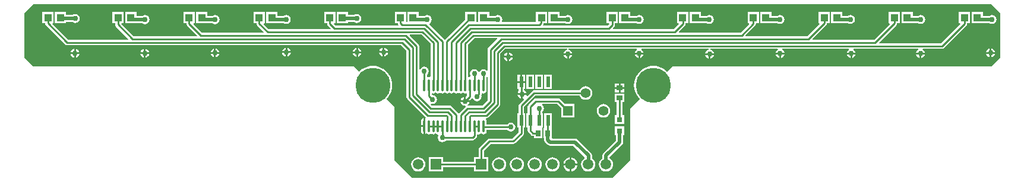
<source format=gtl>
G04*
G04 #@! TF.GenerationSoftware,Altium Limited,Altium Designer,19.0.12 (326)*
G04*
G04 Layer_Physical_Order=1*
G04 Layer_Color=255*
%FSLAX25Y25*%
%MOIN*%
G70*
G01*
G75*
%ADD13C,0.01000*%
%ADD27R,0.03543X0.02756*%
%ADD28R,0.03150X0.03150*%
%ADD29O,0.01378X0.07284*%
%ADD30R,0.02362X0.05984*%
%ADD31R,0.04331X0.04331*%
%ADD32R,0.02756X0.03543*%
%ADD33C,0.02000*%
%ADD34R,0.05512X0.05512*%
%ADD35C,0.05512*%
%ADD36C,0.19685*%
%ADD37C,0.05906*%
%ADD38R,0.05906X0.05906*%
%ADD39C,0.03000*%
G36*
X545518Y100502D02*
X550518Y95502D01*
X550518Y70502D01*
X545522Y65505D01*
X366520Y65503D01*
X363709Y62692D01*
X362411Y63800D01*
X360956Y64692D01*
X359379Y65345D01*
X357719Y65744D01*
X356018Y65877D01*
X354317Y65744D01*
X352657Y65345D01*
X351080Y64692D01*
X349625Y63800D01*
X348328Y62692D01*
X347219Y61394D01*
X346327Y59939D01*
X345674Y58362D01*
X345276Y56703D01*
X345142Y55001D01*
X345276Y53300D01*
X345674Y51641D01*
X346327Y50064D01*
X347219Y48609D01*
X348328Y47311D01*
X343018Y42002D01*
X343018Y13002D01*
X333018Y3001D01*
X220512Y3001D01*
X210518Y13006D01*
X210518Y43021D01*
X206228Y47311D01*
Y47311D01*
X207337Y48609D01*
X208228Y50064D01*
X208882Y51641D01*
X209280Y53300D01*
X209414Y55001D01*
X209280Y56703D01*
X208882Y58362D01*
X208228Y59939D01*
X207337Y61394D01*
X206228Y62692D01*
X204931Y63800D01*
X203475Y64692D01*
X201899Y65345D01*
X200239Y65744D01*
X198538Y65877D01*
X196836Y65744D01*
X195177Y65345D01*
X193600Y64692D01*
X192145Y63800D01*
X190847Y62692D01*
X190847D01*
X188038Y65501D01*
X8018Y65501D01*
X3018Y70502D01*
Y95502D01*
X8018Y100502D01*
X545518Y100502D01*
D02*
G37*
%LPC*%
G36*
X184654Y96167D02*
X178324D01*
Y89836D01*
X184654D01*
Y90462D01*
X188070D01*
X188543Y90147D01*
X189518Y89952D01*
X190494Y90147D01*
X191321Y90699D01*
X191873Y91526D01*
X192067Y92501D01*
X191873Y93477D01*
X191321Y94304D01*
X190494Y94856D01*
X189518Y95051D01*
X188543Y94856D01*
X188070Y94541D01*
X184654D01*
Y96167D01*
D02*
G37*
G36*
X26441D02*
X20110D01*
Y89836D01*
X26441D01*
Y90462D01*
X30070D01*
X30543Y90147D01*
X31518Y89952D01*
X32494Y90147D01*
X33321Y90699D01*
X33873Y91526D01*
X34067Y92501D01*
X33873Y93477D01*
X33321Y94304D01*
X32494Y94856D01*
X31518Y95051D01*
X30543Y94856D01*
X30070Y94541D01*
X26441D01*
Y96167D01*
D02*
G37*
G36*
X540903D02*
X534572D01*
Y89836D01*
X540903D01*
Y89962D01*
X544570D01*
X545043Y89647D01*
X546018Y89452D01*
X546994Y89647D01*
X547821Y90199D01*
X548373Y91026D01*
X548567Y92001D01*
X548373Y92977D01*
X547821Y93804D01*
X546994Y94356D01*
X546018Y94551D01*
X545043Y94356D01*
X544570Y94041D01*
X540903D01*
Y96167D01*
D02*
G37*
G36*
X501509D02*
X495179D01*
Y89836D01*
X501509D01*
Y89962D01*
X504570D01*
X505043Y89647D01*
X506018Y89452D01*
X506994Y89647D01*
X507821Y90199D01*
X508373Y91026D01*
X508567Y92001D01*
X508373Y92977D01*
X507821Y93804D01*
X506994Y94356D01*
X506018Y94551D01*
X505043Y94356D01*
X504570Y94041D01*
X501509D01*
Y96167D01*
D02*
G37*
G36*
X462116D02*
X455786D01*
Y89836D01*
X462116D01*
Y89962D01*
X465070D01*
X465543Y89647D01*
X466518Y89452D01*
X467494Y89647D01*
X468321Y90199D01*
X468873Y91026D01*
X469067Y92001D01*
X468873Y92977D01*
X468321Y93804D01*
X467494Y94356D01*
X466518Y94551D01*
X465543Y94356D01*
X465070Y94041D01*
X462116D01*
Y96167D01*
D02*
G37*
G36*
X422296D02*
X415965D01*
Y89836D01*
X422296D01*
Y89962D01*
X425570D01*
X426043Y89647D01*
X427018Y89452D01*
X427994Y89647D01*
X428821Y90199D01*
X429373Y91026D01*
X429567Y92001D01*
X429373Y92977D01*
X428821Y93804D01*
X427994Y94356D01*
X427018Y94551D01*
X426043Y94356D01*
X425570Y94041D01*
X422296D01*
Y96167D01*
D02*
G37*
G36*
X382689D02*
X376358D01*
Y89836D01*
X382689D01*
Y89962D01*
X385922D01*
X386395Y89647D01*
X387370Y89452D01*
X388346Y89647D01*
X389173Y90199D01*
X389725Y91026D01*
X389919Y92001D01*
X389725Y92977D01*
X389173Y93804D01*
X388346Y94356D01*
X387370Y94551D01*
X386395Y94356D01*
X385922Y94041D01*
X382689D01*
Y96167D01*
D02*
G37*
G36*
X343082D02*
X336751D01*
Y89836D01*
X343082D01*
Y89962D01*
X346570D01*
X347043Y89647D01*
X348018Y89452D01*
X348994Y89647D01*
X349821Y90199D01*
X350373Y91026D01*
X350567Y92001D01*
X350373Y92977D01*
X349821Y93804D01*
X348994Y94356D01*
X348018Y94551D01*
X347043Y94356D01*
X346570Y94041D01*
X343082D01*
Y96167D01*
D02*
G37*
G36*
X303475D02*
X297144D01*
Y89836D01*
X303475D01*
Y89962D01*
X306570D01*
X307043Y89647D01*
X308018Y89452D01*
X308994Y89647D01*
X309821Y90199D01*
X310373Y91026D01*
X310567Y92001D01*
X310373Y92977D01*
X309821Y93804D01*
X308994Y94356D01*
X308018Y94551D01*
X307043Y94356D01*
X306570Y94041D01*
X303475D01*
Y96167D01*
D02*
G37*
G36*
X145047D02*
X138717D01*
Y89836D01*
X145047D01*
Y89962D01*
X148492D01*
X148965Y89647D01*
X149940Y89452D01*
X150916Y89647D01*
X151743Y90199D01*
X152295Y91026D01*
X152489Y92001D01*
X152295Y92977D01*
X151743Y93804D01*
X150916Y94356D01*
X149940Y94551D01*
X148965Y94356D01*
X148492Y94041D01*
X145047D01*
Y96167D01*
D02*
G37*
G36*
X105727Y96167D02*
X99396D01*
Y89836D01*
X105727D01*
Y89899D01*
X108570D01*
X109043Y89583D01*
X110018Y89389D01*
X110994Y89583D01*
X111821Y90136D01*
X112373Y90962D01*
X112567Y91938D01*
X112373Y92914D01*
X111821Y93740D01*
X110994Y94293D01*
X110018Y94487D01*
X109043Y94293D01*
X108570Y93977D01*
X105727D01*
Y96167D01*
D02*
G37*
G36*
X65834Y96167D02*
X59503D01*
Y89836D01*
X65834D01*
Y89899D01*
X69349D01*
X69822Y89583D01*
X70797Y89389D01*
X71772Y89583D01*
X72599Y90136D01*
X73152Y90962D01*
X73346Y91938D01*
X73152Y92914D01*
X72599Y93740D01*
X71772Y94293D01*
X70797Y94487D01*
X69822Y94293D01*
X69349Y93977D01*
X65834D01*
Y96167D01*
D02*
G37*
G36*
X533816D02*
X527485D01*
Y89836D01*
X528037D01*
X528228Y89374D01*
X517385Y78531D01*
X482817D01*
X482625Y78993D01*
X492339Y88706D01*
X492670Y89202D01*
X492787Y89788D01*
Y89836D01*
X494423D01*
Y96167D01*
X488092D01*
Y89836D01*
X488490D01*
X488681Y89374D01*
X479838Y80531D01*
X445364D01*
X445172Y80993D01*
X452946Y88766D01*
X453277Y89262D01*
X453391Y89836D01*
X455030D01*
Y96167D01*
X448699D01*
Y89836D01*
X449037D01*
X449228Y89374D01*
X442385Y82531D01*
X407864D01*
X407672Y82993D01*
X413125Y88446D01*
X413457Y88942D01*
X413573Y89527D01*
Y89836D01*
X415209D01*
Y96167D01*
X408878D01*
Y89836D01*
X409537D01*
X409728Y89374D01*
X404885Y84531D01*
X370364D01*
X370172Y84993D01*
X373600Y88420D01*
X373931Y88916D01*
X374047Y89502D01*
Y89836D01*
X375602D01*
Y96167D01*
X369271D01*
Y89836D01*
X370037D01*
X370228Y89374D01*
X367385Y86531D01*
X333364D01*
X333172Y86993D01*
X333911Y87732D01*
X334243Y88228D01*
X334359Y88813D01*
Y89836D01*
X335995D01*
Y96167D01*
X329664D01*
Y89836D01*
X331033D01*
X331190Y89336D01*
X330385Y88531D01*
X294286D01*
X294045Y89031D01*
X294249Y89337D01*
X294349Y89836D01*
X296388D01*
Y96167D01*
X290058D01*
Y90531D01*
X271210D01*
X270974Y90972D01*
X271010Y91026D01*
X271204Y92001D01*
X271010Y92977D01*
X270458Y93804D01*
X269631Y94356D01*
X268655Y94551D01*
X267680Y94356D01*
X267207Y94041D01*
X263868D01*
Y96167D01*
X257537D01*
Y90531D01*
X256782D01*
Y96167D01*
X250451D01*
Y91999D01*
X239196Y80744D01*
X239056Y80699D01*
X238755Y80690D01*
X238548Y80737D01*
X230154Y89131D01*
X230269Y89723D01*
X230886Y90136D01*
X231439Y90962D01*
X231633Y91938D01*
X231439Y92914D01*
X230886Y93740D01*
X230059Y94293D01*
X229084Y94487D01*
X228108Y94293D01*
X227636Y93977D01*
X224261D01*
Y96167D01*
X217931D01*
Y90531D01*
X217175D01*
Y96167D01*
X210844D01*
Y89836D01*
X212585D01*
X212685Y89337D01*
X212889Y89031D01*
X212648Y88531D01*
X177652D01*
X176808Y89374D01*
X177000Y89836D01*
X177568D01*
Y96167D01*
X171237D01*
Y89836D01*
X172873D01*
Y89617D01*
X172989Y89032D01*
X173321Y88536D01*
X174864Y86993D01*
X174673Y86531D01*
X140152D01*
X137308Y89374D01*
X137500Y89836D01*
X137961D01*
Y96167D01*
X131630D01*
Y89836D01*
X133266D01*
Y89724D01*
X133382Y89139D01*
X133714Y88643D01*
X137364Y84993D01*
X137173Y84531D01*
X102767D01*
X97924Y89374D01*
X98115Y89836D01*
X98640D01*
Y96167D01*
X92309D01*
Y89836D01*
X93945D01*
Y89661D01*
X94062Y89075D01*
X94393Y88579D01*
X99980Y82993D01*
X99788Y82531D01*
X64237D01*
X57432Y89336D01*
X57639Y89836D01*
X58747D01*
Y96167D01*
X52416D01*
Y89836D01*
X53989D01*
Y89087D01*
X54105Y88502D01*
X54437Y88006D01*
X61450Y80993D01*
X61258Y80531D01*
X27652D01*
X18808Y89374D01*
X19000Y89836D01*
X19354D01*
Y96167D01*
X13023D01*
Y89836D01*
X14659D01*
Y89831D01*
X14776Y89246D01*
X15107Y88750D01*
X25937Y77920D01*
X26433Y77588D01*
X27018Y77472D01*
X214385D01*
X217489Y74368D01*
Y48345D01*
X217605Y47759D01*
X217937Y47263D01*
X228238Y36962D01*
X228167Y36804D01*
X228070Y36660D01*
X227976Y36543D01*
X227884Y36561D01*
Y31986D01*
Y27410D01*
X228043Y27442D01*
X228602Y27815D01*
X228726D01*
X229284Y27442D01*
X229943Y27311D01*
X230602Y27442D01*
X230831Y27595D01*
X231223Y27785D01*
X231615Y27595D01*
X231843Y27442D01*
X232502Y27311D01*
X233161Y27442D01*
X233720Y27815D01*
X233844D01*
X234402Y27442D01*
X235062Y27311D01*
X235128Y27324D01*
X235429Y26874D01*
X235163Y26477D01*
X234969Y25501D01*
X235163Y24526D01*
X235716Y23699D01*
X236543Y23146D01*
X237518Y22952D01*
X238494Y23146D01*
X239321Y23699D01*
X239503Y23972D01*
X254534D01*
X255119Y24089D01*
X255615Y24420D01*
X256615Y25420D01*
X256947Y25916D01*
X257063Y26502D01*
Y27134D01*
X257563Y27416D01*
X258093Y27311D01*
X258752Y27442D01*
X259311Y27815D01*
X259434D01*
X259993Y27442D01*
X260652Y27311D01*
X261311Y27442D01*
X261870Y27815D01*
X262243Y28374D01*
X262374Y29033D01*
Y29972D01*
X274033D01*
X274216Y29699D01*
X275043Y29147D01*
X276018Y28953D01*
X276994Y29147D01*
X277821Y29699D01*
X278373Y30526D01*
X278567Y31501D01*
X278373Y32477D01*
X277821Y33304D01*
X276994Y33856D01*
X276018Y34051D01*
X275043Y33856D01*
X274216Y33304D01*
X274033Y33031D01*
X262374D01*
Y34938D01*
X262243Y35598D01*
X261993Y35972D01*
X262126Y36338D01*
X262216Y36480D01*
X262760Y36588D01*
X263256Y36920D01*
X269600Y43263D01*
X269931Y43759D01*
X270047Y44345D01*
Y72711D01*
X272809Y75472D01*
X307575D01*
X307624Y74972D01*
X307043Y74856D01*
X306216Y74304D01*
X305663Y73477D01*
X305569Y73001D01*
X310468D01*
X310373Y73477D01*
X309821Y74304D01*
X308994Y74856D01*
X308412Y74972D01*
X308461Y75472D01*
X346659D01*
X346811Y74972D01*
X346216Y74575D01*
X345663Y73748D01*
X345569Y73272D01*
X350468D01*
X350373Y73748D01*
X349821Y74575D01*
X349225Y74972D01*
X349377Y75472D01*
X387075D01*
X387124Y74972D01*
X386543Y74856D01*
X385716Y74304D01*
X385163Y73477D01*
X385069Y73001D01*
X389968D01*
X389873Y73477D01*
X389321Y74304D01*
X388494Y74856D01*
X387912Y74972D01*
X387961Y75472D01*
X425747D01*
X425899Y74972D01*
X425304Y74575D01*
X424751Y73748D01*
X424657Y73272D01*
X429556D01*
X429461Y73748D01*
X428908Y74575D01*
X428313Y74972D01*
X428465Y75472D01*
X465659D01*
X465811Y74972D01*
X465216Y74575D01*
X464663Y73748D01*
X464569Y73272D01*
X469468D01*
X469373Y73748D01*
X468821Y74575D01*
X468225Y74972D01*
X468377Y75472D01*
X504530D01*
X504681Y74972D01*
X504086Y74575D01*
X503534Y73748D01*
X503439Y73272D01*
X508338D01*
X508244Y73748D01*
X507691Y74575D01*
X507096Y74972D01*
X507248Y75472D01*
X518018D01*
X518603Y75589D01*
X519100Y75920D01*
X531600Y88420D01*
X531931Y88916D01*
X532048Y89502D01*
Y89836D01*
X533816D01*
Y96167D01*
D02*
G37*
G36*
X205018Y76129D02*
Y74179D01*
X206968D01*
X206873Y74655D01*
X206321Y75481D01*
X205494Y76034D01*
X205018Y76129D01*
D02*
G37*
G36*
X204018D02*
X203543Y76034D01*
X202716Y75481D01*
X202163Y74655D01*
X202069Y74179D01*
X204018D01*
Y76129D01*
D02*
G37*
G36*
X150604Y76032D02*
Y74082D01*
X152554D01*
X152459Y74558D01*
X151907Y75385D01*
X151080Y75937D01*
X150604Y76032D01*
D02*
G37*
G36*
X149604D02*
X149129Y75937D01*
X148302Y75385D01*
X147749Y74558D01*
X147655Y74082D01*
X149604D01*
Y76032D01*
D02*
G37*
G36*
X190176Y75951D02*
Y74001D01*
X192125D01*
X192031Y74477D01*
X191478Y75304D01*
X190652Y75856D01*
X190176Y75951D01*
D02*
G37*
G36*
X189176D02*
X188701Y75856D01*
X187874Y75304D01*
X187321Y74477D01*
X187226Y74001D01*
X189176D01*
Y75951D01*
D02*
G37*
G36*
X545768Y75629D02*
Y73679D01*
X547718D01*
X547623Y74155D01*
X547071Y74981D01*
X546244Y75534D01*
X545768Y75629D01*
D02*
G37*
G36*
X544768D02*
X544293Y75534D01*
X543466Y74981D01*
X542913Y74155D01*
X542819Y73679D01*
X544768D01*
Y75629D01*
D02*
G37*
G36*
X110465D02*
Y73679D01*
X112415D01*
X112320Y74155D01*
X111768Y74981D01*
X110941Y75534D01*
X110465Y75629D01*
D02*
G37*
G36*
X109465D02*
X108990Y75534D01*
X108163Y74981D01*
X107610Y74155D01*
X107516Y73679D01*
X109465D01*
Y75629D01*
D02*
G37*
G36*
X71018Y75451D02*
Y73501D01*
X72968D01*
X72873Y73977D01*
X72321Y74804D01*
X71494Y75356D01*
X71018Y75451D01*
D02*
G37*
G36*
X70018D02*
X69543Y75356D01*
X68716Y74804D01*
X68163Y73977D01*
X68069Y73501D01*
X70018D01*
Y75451D01*
D02*
G37*
G36*
X31903D02*
Y73501D01*
X33852D01*
X33758Y73977D01*
X33205Y74804D01*
X32378Y75356D01*
X31903Y75451D01*
D02*
G37*
G36*
X30903D02*
X30427Y75356D01*
X29600Y74804D01*
X29048Y73977D01*
X28953Y73501D01*
X30903D01*
Y75451D01*
D02*
G37*
G36*
X275018Y73451D02*
Y71501D01*
X276968D01*
X276873Y71977D01*
X276321Y72804D01*
X275494Y73356D01*
X275018Y73451D01*
D02*
G37*
G36*
X274018D02*
X273543Y73356D01*
X272716Y72804D01*
X272163Y71977D01*
X272069Y71501D01*
X274018D01*
Y73451D01*
D02*
G37*
G36*
X206968Y73179D02*
X205018D01*
Y71229D01*
X205494Y71324D01*
X206321Y71877D01*
X206873Y72704D01*
X206968Y73179D01*
D02*
G37*
G36*
X204018D02*
X202069D01*
X202163Y72704D01*
X202716Y71877D01*
X203543Y71324D01*
X204018Y71229D01*
Y73179D01*
D02*
G37*
G36*
X152554Y73082D02*
X150604D01*
Y71133D01*
X151080Y71227D01*
X151907Y71780D01*
X152459Y72607D01*
X152554Y73082D01*
D02*
G37*
G36*
X149604D02*
X147655D01*
X147749Y72607D01*
X148302Y71780D01*
X149129Y71227D01*
X149604Y71133D01*
Y73082D01*
D02*
G37*
G36*
X192125Y73001D02*
X190176D01*
Y71052D01*
X190652Y71147D01*
X191478Y71699D01*
X192031Y72526D01*
X192125Y73001D01*
D02*
G37*
G36*
X189176D02*
X187226D01*
X187321Y72526D01*
X187874Y71699D01*
X188701Y71147D01*
X189176Y71052D01*
Y73001D01*
D02*
G37*
G36*
X547718Y72679D02*
X545768D01*
Y70730D01*
X546244Y70824D01*
X547071Y71377D01*
X547623Y72204D01*
X547718Y72679D01*
D02*
G37*
G36*
X544768D02*
X542819D01*
X542913Y72204D01*
X543466Y71377D01*
X544293Y70824D01*
X544768Y70730D01*
Y72679D01*
D02*
G37*
G36*
X112415D02*
X110465D01*
Y70730D01*
X110941Y70824D01*
X111768Y71377D01*
X112320Y72204D01*
X112415Y72679D01*
D02*
G37*
G36*
X109465D02*
X107516D01*
X107610Y72204D01*
X108163Y71377D01*
X108990Y70824D01*
X109465Y70730D01*
Y72679D01*
D02*
G37*
G36*
X72968Y72501D02*
X71018D01*
Y70552D01*
X71494Y70647D01*
X72321Y71199D01*
X72873Y72026D01*
X72968Y72501D01*
D02*
G37*
G36*
X70018D02*
X68069D01*
X68163Y72026D01*
X68716Y71199D01*
X69543Y70647D01*
X70018Y70552D01*
Y72501D01*
D02*
G37*
G36*
X33852D02*
X31903D01*
Y70552D01*
X32378Y70647D01*
X33205Y71199D01*
X33758Y72026D01*
X33852Y72501D01*
D02*
G37*
G36*
X30903D02*
X28953D01*
X29048Y72026D01*
X29600Y71199D01*
X30427Y70647D01*
X30903Y70552D01*
Y72501D01*
D02*
G37*
G36*
X508338Y72272D02*
X506389D01*
Y70323D01*
X506864Y70417D01*
X507691Y70970D01*
X508244Y71797D01*
X508338Y72272D01*
D02*
G37*
G36*
X505389D02*
X503439D01*
X503534Y71797D01*
X504086Y70970D01*
X504913Y70417D01*
X505389Y70323D01*
Y72272D01*
D02*
G37*
G36*
X469468D02*
X467518D01*
Y70323D01*
X467994Y70417D01*
X468821Y70970D01*
X469373Y71797D01*
X469468Y72272D01*
D02*
G37*
G36*
X466518D02*
X464569D01*
X464663Y71797D01*
X465216Y70970D01*
X466043Y70417D01*
X466518Y70323D01*
Y72272D01*
D02*
G37*
G36*
X429556D02*
X427606D01*
Y70323D01*
X428082Y70417D01*
X428908Y70970D01*
X429461Y71797D01*
X429556Y72272D01*
D02*
G37*
G36*
X426606D02*
X424657D01*
X424751Y71797D01*
X425304Y70970D01*
X426131Y70417D01*
X426606Y70323D01*
Y72272D01*
D02*
G37*
G36*
X350468D02*
X348518D01*
Y70323D01*
X348994Y70417D01*
X349821Y70970D01*
X350373Y71797D01*
X350468Y72272D01*
D02*
G37*
G36*
X347518D02*
X345569D01*
X345663Y71797D01*
X346216Y70970D01*
X347043Y70417D01*
X347518Y70323D01*
Y72272D01*
D02*
G37*
G36*
X389968Y72001D02*
X388018D01*
Y70052D01*
X388494Y70147D01*
X389321Y70699D01*
X389873Y71526D01*
X389968Y72001D01*
D02*
G37*
G36*
X387018D02*
X385069D01*
X385163Y71526D01*
X385716Y70699D01*
X386543Y70147D01*
X387018Y70052D01*
Y72001D01*
D02*
G37*
G36*
X310468D02*
X308518D01*
Y70052D01*
X308994Y70147D01*
X309821Y70699D01*
X310373Y71526D01*
X310468Y72001D01*
D02*
G37*
G36*
X307518D02*
X305569D01*
X305663Y71526D01*
X306216Y70699D01*
X307043Y70147D01*
X307518Y70052D01*
Y72001D01*
D02*
G37*
G36*
X276968Y70502D02*
X275018D01*
Y68552D01*
X275494Y68647D01*
X276321Y69199D01*
X276873Y70026D01*
X276968Y70502D01*
D02*
G37*
G36*
X274018D02*
X272069D01*
X272163Y70026D01*
X272716Y69199D01*
X273543Y68647D01*
X274018Y68552D01*
Y70502D01*
D02*
G37*
G36*
X284097Y60781D02*
X282416D01*
Y57289D01*
X284097D01*
Y60781D01*
D02*
G37*
G36*
X281416D02*
X279735D01*
Y57289D01*
X281416D01*
Y60781D01*
D02*
G37*
G36*
X339790Y55773D02*
X337518D01*
Y53895D01*
X339790D01*
Y55773D01*
D02*
G37*
G36*
X336518D02*
X334246D01*
Y53895D01*
X336518D01*
Y55773D01*
D02*
G37*
G36*
X299097Y60781D02*
X294735D01*
Y52797D01*
X299097D01*
Y60781D01*
D02*
G37*
G36*
X294097D02*
X289735D01*
Y52797D01*
X294097D01*
Y60781D01*
D02*
G37*
G36*
X289097D02*
X284735D01*
Y52797D01*
X289097D01*
Y60781D01*
D02*
G37*
G36*
X339790Y52895D02*
X337518D01*
Y51017D01*
X339790D01*
Y52895D01*
D02*
G37*
G36*
X336518D02*
X334246D01*
Y51017D01*
X336518D01*
Y52895D01*
D02*
G37*
G36*
X284097Y56289D02*
X281916D01*
X279735D01*
Y52797D01*
X280386D01*
Y51735D01*
X279880Y50977D01*
X279785Y50502D01*
X284684D01*
X284590Y50977D01*
X284037Y51804D01*
X283445Y52200D01*
Y52797D01*
X284097D01*
Y56289D01*
D02*
G37*
G36*
X318018Y54428D02*
X317038Y54299D01*
X316124Y53920D01*
X315339Y53318D01*
X314737Y52534D01*
X314586Y52169D01*
X289018D01*
X288433Y52052D01*
X287937Y51721D01*
X285224Y49007D01*
X285099Y49020D01*
X284744Y49501D01*
X282735D01*
Y47492D01*
X283216Y47138D01*
X283229Y47013D01*
X280834Y44618D01*
X280503Y44122D01*
X280386Y43537D01*
Y39206D01*
X279735D01*
Y31222D01*
X280386D01*
Y28635D01*
X276782Y25031D01*
X264018D01*
X263433Y24915D01*
X262937Y24583D01*
X258334Y19981D01*
X258003Y19484D01*
X257886Y18899D01*
Y14454D01*
X255463D01*
Y12031D01*
X237971D01*
Y14454D01*
X230065D01*
Y6549D01*
X237971D01*
Y8972D01*
X255463D01*
Y6549D01*
X263369D01*
Y14454D01*
X260945D01*
Y18266D01*
X264652Y21972D01*
X277416D01*
X278001Y22088D01*
X278497Y22420D01*
X282997Y26920D01*
X283329Y27416D01*
X283445Y28001D01*
Y31222D01*
X284097D01*
Y39206D01*
X283445D01*
Y42903D01*
X289652Y49110D01*
X314586D01*
X314737Y48745D01*
X315339Y47961D01*
X316124Y47359D01*
X317038Y46980D01*
X318018Y46851D01*
X318999Y46980D01*
X319912Y47359D01*
X320697Y47961D01*
X321299Y48745D01*
X321677Y49659D01*
X321807Y50639D01*
X321677Y51620D01*
X321299Y52534D01*
X320697Y53318D01*
X319912Y53920D01*
X318999Y54299D01*
X318018Y54428D01*
D02*
G37*
G36*
X281735Y49501D02*
X279785D01*
X279880Y49026D01*
X280433Y48199D01*
X281259Y47647D01*
X281735Y47552D01*
Y49501D01*
D02*
G37*
G36*
X302656Y47531D02*
X290018D01*
X289433Y47414D01*
X288937Y47083D01*
X285834Y43981D01*
X285503Y43484D01*
X285386Y42899D01*
Y39206D01*
X284735D01*
Y31222D01*
X285386D01*
Y29498D01*
X285503Y28912D01*
X285834Y28416D01*
X287330Y26920D01*
X287827Y26588D01*
X288412Y26472D01*
X288884D01*
Y25230D01*
X293640D01*
Y30773D01*
X293640D01*
X293764Y31222D01*
X294097D01*
Y39206D01*
X293548D01*
Y40017D01*
X293821Y40199D01*
X294373Y41026D01*
X294567Y42002D01*
X294373Y42977D01*
X293821Y43804D01*
X293569Y43972D01*
X293721Y44472D01*
X302023D01*
X304262Y42232D01*
Y36883D01*
X311774D01*
Y44395D01*
X306425D01*
X303737Y47083D01*
X303241Y47414D01*
X302656Y47531D01*
D02*
G37*
G36*
X328018Y44428D02*
X327038Y44298D01*
X326124Y43920D01*
X325339Y43318D01*
X324737Y42533D01*
X324359Y41620D01*
X324230Y40639D01*
X324359Y39659D01*
X324737Y38745D01*
X325339Y37961D01*
X326124Y37358D01*
X327038Y36980D01*
X328018Y36851D01*
X328999Y36980D01*
X329912Y37358D01*
X330697Y37961D01*
X331299Y38745D01*
X331677Y39659D01*
X331806Y40639D01*
X331677Y41620D01*
X331299Y42533D01*
X330697Y43318D01*
X329912Y43920D01*
X328999Y44298D01*
X328018Y44428D01*
D02*
G37*
G36*
X339790Y50261D02*
X334246D01*
Y45505D01*
X335489D01*
Y38226D01*
X334443D01*
Y33076D01*
X339593D01*
Y38226D01*
X338547D01*
Y45505D01*
X339790D01*
Y50261D01*
D02*
G37*
G36*
X226884Y36561D02*
X226725Y36529D01*
X226167Y36156D01*
X225793Y35598D01*
X225662Y34938D01*
Y32486D01*
X226884D01*
Y36561D01*
D02*
G37*
G36*
X299097Y39206D02*
X294735D01*
Y31222D01*
X294735D01*
X294611Y30773D01*
X294396D01*
Y25230D01*
X294735D01*
Y24173D01*
X294890Y23393D01*
X295332Y22731D01*
X296504Y21560D01*
X296504Y21560D01*
X297165Y21117D01*
X297946Y20962D01*
X311071D01*
X317479Y14555D01*
Y13978D01*
X317422Y13954D01*
X316597Y13321D01*
X315963Y12495D01*
X315565Y11533D01*
X315429Y10502D01*
X315565Y9470D01*
X315963Y8508D01*
X316597Y7682D01*
X317422Y7049D01*
X318384Y6650D01*
X319416Y6515D01*
X320448Y6650D01*
X321409Y7049D01*
X322235Y7682D01*
X322868Y8508D01*
X323267Y9470D01*
X323403Y10502D01*
X323267Y11533D01*
X322868Y12495D01*
X322235Y13321D01*
X321557Y13841D01*
Y15399D01*
X321402Y16180D01*
X320960Y16841D01*
X313358Y24443D01*
X312696Y24885D01*
X311916Y25041D01*
X299574D01*
X299152Y25230D01*
Y30745D01*
X299152Y30773D01*
X299152D01*
X299097Y31222D01*
X299097D01*
Y39206D01*
D02*
G37*
G36*
X226884Y31486D02*
X225662D01*
Y29033D01*
X225793Y28374D01*
X226167Y27815D01*
X226725Y27442D01*
X226884Y27410D01*
Y31486D01*
D02*
G37*
G36*
X309916Y14423D02*
Y11001D01*
X313337D01*
X313267Y11533D01*
X312868Y12495D01*
X312235Y13321D01*
X311409Y13954D01*
X310448Y14353D01*
X309916Y14423D01*
D02*
G37*
G36*
X308916D02*
X308384Y14353D01*
X307422Y13954D01*
X306597Y13321D01*
X305963Y12495D01*
X305565Y11533D01*
X305495Y11001D01*
X308916D01*
Y14423D01*
D02*
G37*
G36*
X313337Y10001D02*
X309916D01*
Y6581D01*
X310448Y6650D01*
X311409Y7049D01*
X312235Y7682D01*
X312868Y8508D01*
X313267Y9470D01*
X313337Y10001D01*
D02*
G37*
G36*
X308916D02*
X305495D01*
X305565Y9470D01*
X305963Y8508D01*
X306597Y7682D01*
X307422Y7049D01*
X308384Y6650D01*
X308916Y6581D01*
Y10001D01*
D02*
G37*
G36*
X339593Y31927D02*
X334443D01*
Y26777D01*
X334979D01*
Y23846D01*
X327974Y16841D01*
X327532Y16180D01*
X327377Y15399D01*
Y13919D01*
X326597Y13321D01*
X325963Y12495D01*
X325565Y11533D01*
X325429Y10502D01*
X325565Y9470D01*
X325963Y8508D01*
X326597Y7682D01*
X327422Y7049D01*
X328384Y6650D01*
X329416Y6515D01*
X330448Y6650D01*
X331409Y7049D01*
X332235Y7682D01*
X332869Y8508D01*
X333267Y9470D01*
X333403Y10502D01*
X333267Y11533D01*
X332869Y12495D01*
X332235Y13321D01*
X331455Y13919D01*
Y14555D01*
X338460Y21560D01*
X338902Y22221D01*
X339057Y23001D01*
Y26777D01*
X339593D01*
Y31927D01*
D02*
G37*
G36*
X299416Y14488D02*
X298384Y14353D01*
X297422Y13954D01*
X296597Y13321D01*
X295963Y12495D01*
X295565Y11533D01*
X295429Y10502D01*
X295565Y9470D01*
X295963Y8508D01*
X296597Y7682D01*
X297422Y7049D01*
X298384Y6650D01*
X299416Y6515D01*
X300448Y6650D01*
X301409Y7049D01*
X302235Y7682D01*
X302869Y8508D01*
X303267Y9470D01*
X303403Y10502D01*
X303267Y11533D01*
X302869Y12495D01*
X302235Y13321D01*
X301409Y13954D01*
X300448Y14353D01*
X299416Y14488D01*
D02*
G37*
G36*
X289416D02*
X288384Y14353D01*
X287422Y13954D01*
X286597Y13321D01*
X285963Y12495D01*
X285565Y11533D01*
X285429Y10502D01*
X285565Y9470D01*
X285963Y8508D01*
X286597Y7682D01*
X287422Y7049D01*
X288384Y6650D01*
X289416Y6515D01*
X290448Y6650D01*
X291409Y7049D01*
X292235Y7682D01*
X292868Y8508D01*
X293267Y9470D01*
X293403Y10502D01*
X293267Y11533D01*
X292868Y12495D01*
X292235Y13321D01*
X291409Y13954D01*
X290448Y14353D01*
X289416Y14488D01*
D02*
G37*
G36*
X279416D02*
X278384Y14353D01*
X277422Y13954D01*
X276597Y13321D01*
X275963Y12495D01*
X275565Y11533D01*
X275429Y10502D01*
X275565Y9470D01*
X275963Y8508D01*
X276597Y7682D01*
X277422Y7049D01*
X278384Y6650D01*
X279416Y6515D01*
X280448Y6650D01*
X281409Y7049D01*
X282235Y7682D01*
X282869Y8508D01*
X283267Y9470D01*
X283403Y10502D01*
X283267Y11533D01*
X282869Y12495D01*
X282235Y13321D01*
X281409Y13954D01*
X280448Y14353D01*
X279416Y14488D01*
D02*
G37*
G36*
X269416D02*
X268384Y14353D01*
X267422Y13954D01*
X266597Y13321D01*
X265963Y12495D01*
X265565Y11533D01*
X265429Y10502D01*
X265565Y9470D01*
X265963Y8508D01*
X266597Y7682D01*
X267422Y7049D01*
X268384Y6650D01*
X269416Y6515D01*
X270448Y6650D01*
X271409Y7049D01*
X272235Y7682D01*
X272868Y8508D01*
X273267Y9470D01*
X273403Y10502D01*
X273267Y11533D01*
X272868Y12495D01*
X272235Y13321D01*
X271409Y13954D01*
X270448Y14353D01*
X269416Y14488D01*
D02*
G37*
G36*
X224018D02*
X222986Y14353D01*
X222025Y13954D01*
X221199Y13321D01*
X220565Y12495D01*
X220167Y11533D01*
X220031Y10502D01*
X220167Y9470D01*
X220565Y8508D01*
X221199Y7682D01*
X222025Y7049D01*
X222986Y6650D01*
X224018Y6515D01*
X225050Y6650D01*
X226012Y7049D01*
X226837Y7682D01*
X227471Y8508D01*
X227869Y9470D01*
X228005Y10502D01*
X227869Y11533D01*
X227471Y12495D01*
X226837Y13321D01*
X226012Y13954D01*
X225050Y14353D01*
X224018Y14488D01*
D02*
G37*
%LPD*%
G36*
X268364Y81010D02*
X263437Y76083D01*
X263105Y75587D01*
X262989Y75002D01*
Y63315D01*
X262510Y63170D01*
X262454Y63253D01*
X261628Y63806D01*
X260652Y64000D01*
X259677Y63806D01*
X258850Y63253D01*
X258371Y62537D01*
X258107Y62505D01*
X257966Y62513D01*
X257824Y62550D01*
X257321Y63304D01*
X256494Y63856D01*
X255518Y64051D01*
X254543Y63856D01*
X253716Y63304D01*
X253163Y62477D01*
X252969Y61501D01*
X253163Y60526D01*
X253442Y60109D01*
X253141Y59659D01*
X252975Y59692D01*
X252445Y59587D01*
X251945Y59869D01*
Y77854D01*
X255563Y81472D01*
X268173D01*
X268364Y81010D01*
D02*
G37*
G36*
X230973Y78329D02*
Y59869D01*
X230473Y59587D01*
X229943Y59692D01*
X229414Y59587D01*
X228914Y59869D01*
Y60883D01*
X229187Y61065D01*
X229739Y61892D01*
X229933Y62868D01*
X229739Y63843D01*
X229187Y64670D01*
X228360Y65223D01*
X227384Y65417D01*
X226409Y65223D01*
X225582Y64670D01*
X225047Y63870D01*
X225011Y63864D01*
X224548Y64089D01*
Y77002D01*
X224431Y77587D01*
X224100Y78083D01*
X219172Y83010D01*
X219364Y83472D01*
X225830D01*
X230973Y78329D01*
D02*
G37*
G36*
X262989Y59495D02*
Y46635D01*
X259885Y43531D01*
X251974D01*
X251822Y44031D01*
X252074Y44199D01*
X252627Y45026D01*
X252721Y45502D01*
X247822D01*
X247917Y45026D01*
X248469Y44199D01*
X249296Y43647D01*
X250272Y43453D01*
X250428Y43484D01*
X250585Y43266D01*
X250652Y43018D01*
X246963Y39330D01*
X246444Y39306D01*
X246426Y39311D01*
X246321Y39362D01*
X242600Y43083D01*
X242103Y43415D01*
X241518Y43531D01*
X231652D01*
X231077Y44105D01*
X231324Y44566D01*
X232018Y44428D01*
X232994Y44622D01*
X233821Y45175D01*
X234373Y46001D01*
X234567Y46977D01*
X234373Y47952D01*
X233821Y48779D01*
X232994Y49332D01*
X232018Y49526D01*
X231656Y49896D01*
X231670Y50094D01*
X232127Y50417D01*
X232502Y50342D01*
X233161Y50473D01*
X233720Y50847D01*
X233844D01*
X234402Y50473D01*
X235062Y50342D01*
X235720Y50473D01*
X235949Y50626D01*
X236341Y50817D01*
X236733Y50626D01*
X236962Y50473D01*
X237620Y50342D01*
X238280Y50473D01*
X238838Y50847D01*
X238962D01*
X239521Y50473D01*
X240180Y50342D01*
X240839Y50473D01*
X241067Y50626D01*
X241459Y50817D01*
X241851Y50626D01*
X242080Y50473D01*
X242739Y50342D01*
X243398Y50473D01*
X243956Y50847D01*
X244080D01*
X244639Y50473D01*
X245298Y50342D01*
X245957Y50473D01*
X246185Y50626D01*
X246577Y50817D01*
X246969Y50626D01*
X247198Y50473D01*
X247857Y50342D01*
X248516Y50473D01*
X249074Y50847D01*
X249198D01*
X249757Y50473D01*
X250416Y50342D01*
X250945Y50448D01*
X251445Y50166D01*
Y49338D01*
X250772Y48664D01*
Y46501D01*
X252935D01*
X254056Y47623D01*
X254116Y47713D01*
X254647Y47607D01*
X254663Y47526D01*
X255216Y46699D01*
X256043Y46147D01*
X257018Y45952D01*
X257994Y46147D01*
X258821Y46699D01*
X259373Y47526D01*
X259567Y48502D01*
X259400Y49343D01*
X259506Y49502D01*
X259622Y50087D01*
Y50166D01*
X260122Y50448D01*
X260652Y50342D01*
X261311Y50473D01*
X261870Y50847D01*
X262243Y51406D01*
X262374Y52065D01*
Y57970D01*
X262243Y58629D01*
X262181Y58721D01*
Y59404D01*
X262522Y59666D01*
X262989Y59495D01*
D02*
G37*
%LPC*%
G36*
X249772Y48451D02*
X249296Y48357D01*
X248469Y47804D01*
X247917Y46977D01*
X247822Y46501D01*
X249772D01*
Y48451D01*
D02*
G37*
%LPD*%
D13*
X237518Y25501D02*
X254534D01*
X255534Y26502D01*
Y31986D01*
X258093D01*
X219018Y48345D02*
Y75002D01*
X221018Y49173D02*
Y76173D01*
X223018Y50002D02*
Y77002D01*
X217018Y83002D02*
X223018Y77002D01*
X216190Y81002D02*
X221018Y76173D01*
X215018Y79001D02*
X219018Y75002D01*
Y48345D02*
X229361Y38001D01*
X221018Y49173D02*
X230190Y40001D01*
X223018Y50002D02*
X231018Y42002D01*
X272175Y77002D02*
X518018D01*
X271347Y79001D02*
X480471D01*
X270518Y81002D02*
X443018D01*
X254930Y83002D02*
X405518D01*
X254101Y85001D02*
X368018D01*
X253273Y87002D02*
X331018D01*
X518018Y77002D02*
X530518Y89502D01*
X331018Y87002D02*
X332830Y88813D01*
X405518Y83002D02*
X412044Y89527D01*
X368018Y85001D02*
X372518Y89502D01*
X443018Y81002D02*
X451864Y89848D01*
X480471Y79001D02*
X491257Y89788D01*
X268518Y73345D02*
X272175Y77002D01*
X268518Y44345D02*
Y73345D01*
X266518Y74173D02*
X271347Y79001D01*
X266518Y45173D02*
Y74173D01*
X264518Y75002D02*
X270518Y81002D01*
X264518Y46001D02*
Y75002D01*
X260518Y42002D02*
X264518Y46001D01*
X262175Y38001D02*
X268518Y44345D01*
X261347Y40001D02*
X266518Y45173D01*
X451864Y89848D02*
Y93002D01*
X291916Y89002D02*
X292836Y89922D01*
X252445Y89002D02*
X291916D01*
X250416Y78487D02*
X254930Y83002D01*
X242739Y79296D02*
X252445Y89002D01*
X247857Y55017D02*
Y78757D01*
X254101Y85001D01*
X250416Y55017D02*
Y78487D01*
X292836Y92615D02*
X293223Y93002D01*
X245298Y79026D02*
X253273Y87002D01*
X292836Y89922D02*
Y92615D01*
X245298Y55017D02*
Y79026D01*
X27018Y79001D02*
X215018D01*
X16189Y89831D02*
X27018Y79001D01*
X16189Y89831D02*
Y93002D01*
X237518Y25501D02*
X237620Y25604D01*
Y31986D01*
X235062D02*
X237620D01*
X232502D02*
X235062D01*
X229943D02*
X232502D01*
X229943Y49052D02*
X232018Y46977D01*
X229943Y49052D02*
Y55017D01*
X247857Y38061D02*
X251798Y42002D01*
X247857Y31986D02*
Y38061D01*
X250416Y37791D02*
X252626Y40001D01*
X250416Y31986D02*
Y37791D01*
X252975Y37416D02*
X253561Y38001D01*
X252975Y31986D02*
Y37416D01*
X245298Y31986D02*
Y38222D01*
X241518Y42002D02*
X245298Y38222D01*
X252626Y40001D02*
X261347D01*
X251798Y42002D02*
X260518D01*
X253561Y38001D02*
X262175D01*
X240690Y40001D02*
X242739Y37953D01*
Y31986D02*
Y37953D01*
X239594Y38001D02*
X240180Y37416D01*
Y31986D02*
Y37416D01*
X229361Y38001D02*
X239594D01*
X281916Y50321D02*
X282235Y50002D01*
X281916Y50321D02*
Y56789D01*
X255518Y61501D02*
X255534Y61486D01*
Y55017D02*
Y61486D01*
X250272Y46001D02*
X252975Y48705D01*
Y55017D01*
X228120Y89002D02*
X237620Y79501D01*
X215018Y89002D02*
X228120D01*
X227292Y87002D02*
X235062Y79232D01*
X177018Y87002D02*
X227292D01*
X226464Y85001D02*
X232502Y78963D01*
X139518Y85001D02*
X226464D01*
X232502Y55017D02*
Y78963D01*
X235062Y55017D02*
Y79232D01*
X237620Y55017D02*
Y79501D01*
X296774Y28001D02*
Y35072D01*
X292018Y35317D02*
Y42002D01*
X291916Y35214D02*
X292018Y35317D01*
X302656Y46001D02*
X308018Y40639D01*
X290018Y46001D02*
X302656D01*
X286916Y42899D02*
X290018Y46001D01*
X286916Y35214D02*
Y42899D01*
X257018Y48502D02*
Y49013D01*
X258093Y50087D01*
Y55017D01*
X260652D02*
Y61451D01*
X261136Y31501D02*
X276018D01*
X260652Y31986D02*
X261136Y31501D01*
X227384Y55017D02*
Y62868D01*
X277416Y23502D02*
X281916Y28001D01*
X264018Y23502D02*
X277416D01*
X259416Y18899D02*
X264018Y23502D01*
X259416Y10502D02*
Y18899D01*
X281916Y28001D02*
Y35214D01*
X234018Y10502D02*
X259416D01*
X337018Y35651D02*
X337018Y35651D01*
X337018Y35651D02*
Y47883D01*
X289018Y50639D02*
X318018D01*
X281916Y43537D02*
X289018Y50639D01*
X281916Y35214D02*
Y43537D01*
X286916Y29498D02*
X288412Y28001D01*
X291262D01*
X286916Y29498D02*
Y35214D01*
X291262Y28001D02*
Y28395D01*
X290384Y29273D02*
X291262Y28395D01*
X296774Y35072D02*
X296916Y35214D01*
X530518Y89502D02*
Y92869D01*
X530651Y93002D01*
X491257Y89788D02*
Y93002D01*
X63604Y81002D02*
X216190D01*
X102134Y83002D02*
X217018D01*
X412044Y89527D02*
Y93002D01*
X372518Y89502D02*
Y92920D01*
X372437Y93002D02*
X372518Y92920D01*
X332830Y88813D02*
Y93002D01*
X242739Y55017D02*
Y79296D01*
X240153Y55044D02*
Y79538D01*
X253616Y93002D01*
X240153Y55044D02*
X240180Y55017D01*
X230190Y40001D02*
X240690D01*
X55518Y89087D02*
X63604Y81002D01*
X55518Y89087D02*
Y92938D01*
X55582Y93002D01*
X231018Y42002D02*
X241518D01*
X95475Y89661D02*
X102134Y83002D01*
X95475Y89661D02*
Y93002D01*
X134795Y89724D02*
X139518Y85001D01*
X134795Y89724D02*
Y93002D01*
X174018Y92617D02*
X174402D01*
Y89617D02*
X177018Y87002D01*
X174402Y89617D02*
Y92617D01*
X174018D02*
X174402Y93002D01*
X214098Y89922D02*
X215018Y89002D01*
X214098Y89922D02*
Y92913D01*
X214009Y93002D02*
X214098Y92913D01*
D27*
X337018Y53395D02*
D03*
Y47883D02*
D03*
D28*
X337018Y35651D02*
D03*
Y29352D02*
D03*
D29*
X260652Y55017D02*
D03*
X258093D02*
D03*
X255534D02*
D03*
X252975D02*
D03*
X250416D02*
D03*
X247857D02*
D03*
X245298D02*
D03*
X242739D02*
D03*
X240180D02*
D03*
X237620D02*
D03*
X235062D02*
D03*
X232502D02*
D03*
X229943D02*
D03*
X227384D02*
D03*
X260652Y31986D02*
D03*
X258093D02*
D03*
X255534D02*
D03*
X252975D02*
D03*
X250416D02*
D03*
X247857D02*
D03*
X245298D02*
D03*
X242739D02*
D03*
X240180D02*
D03*
X237620D02*
D03*
X235062D02*
D03*
X232502D02*
D03*
X229943D02*
D03*
X227384D02*
D03*
D30*
X281916Y35214D02*
D03*
X286916D02*
D03*
X291916D02*
D03*
X296916D02*
D03*
X281916Y56789D02*
D03*
X286916D02*
D03*
X291916D02*
D03*
X296916D02*
D03*
D31*
X55582Y93002D02*
D03*
X62668D02*
D03*
X491257D02*
D03*
X498344D02*
D03*
X174402D02*
D03*
X181489D02*
D03*
X293223D02*
D03*
X300310D02*
D03*
X412044D02*
D03*
X419130D02*
D03*
X16189D02*
D03*
X23275D02*
D03*
X451864D02*
D03*
X458951D02*
D03*
X134795D02*
D03*
X141882D02*
D03*
X253616D02*
D03*
X260703D02*
D03*
X372437D02*
D03*
X379523D02*
D03*
X95475Y93002D02*
D03*
X102561D02*
D03*
X530651Y93002D02*
D03*
X537737D02*
D03*
X214009D02*
D03*
X221096D02*
D03*
X332830D02*
D03*
X339916D02*
D03*
D32*
X296774Y28001D02*
D03*
X291262D02*
D03*
D33*
X23775Y92501D02*
X31518D01*
X23275Y93002D02*
X23775Y92501D01*
X319518Y10604D02*
Y15399D01*
X319416Y10502D02*
X319518Y10604D01*
X311916Y23001D02*
X319518Y15399D01*
X297946Y23001D02*
X311916D01*
X296774Y24173D02*
X297946Y23001D01*
X296774Y24173D02*
Y28001D01*
X337018Y23001D02*
Y29352D01*
X329416Y15399D02*
X337018Y23001D01*
X329416Y10502D02*
Y15399D01*
X261703Y92001D02*
X268655D01*
X260703Y93002D02*
X261703Y92001D01*
X222159Y91938D02*
X229084D01*
X221096Y93002D02*
X222159Y91938D01*
X181989Y92501D02*
X189518D01*
X181489Y93002D02*
X181989Y92501D01*
X142882Y92001D02*
X149940D01*
X141882Y93002D02*
X142882Y92001D01*
X103625Y91938D02*
X110018D01*
X102561Y93002D02*
X103625Y91938D01*
X63732D02*
X70797D01*
X62668Y93002D02*
X63732Y91938D01*
X538737Y92001D02*
X546018D01*
X537737Y93002D02*
X538737Y92001D01*
X499344D02*
X506018D01*
X498344Y93002D02*
X499344Y92001D01*
X459951D02*
X466518D01*
X458951Y93002D02*
X459951Y92001D01*
X420130D02*
X427018D01*
X419130Y93002D02*
X420130Y92001D01*
X380523D02*
X387370D01*
X379523Y93002D02*
X380523Y92001D01*
X340916D02*
X348018D01*
X339916Y93002D02*
X340916Y92001D01*
X301310D02*
X308018D01*
X300310Y93002D02*
X301310Y92001D01*
D34*
X308018Y40639D02*
D03*
D35*
X318018Y50639D02*
D03*
X328018Y40639D02*
D03*
D36*
X356018Y55001D02*
D03*
X198538D02*
D03*
D37*
X224018Y10502D02*
D03*
X269416D02*
D03*
X279416D02*
D03*
X289416D02*
D03*
X299416D02*
D03*
X309416D02*
D03*
X319416D02*
D03*
X329416D02*
D03*
D38*
X234018D02*
D03*
X259416D02*
D03*
D39*
X204518Y73679D02*
D03*
X545268Y73179D02*
D03*
X505889Y72772D02*
D03*
X467018D02*
D03*
X427106D02*
D03*
X387518Y72501D02*
D03*
X348018Y72772D02*
D03*
X308018Y72501D02*
D03*
X274518Y71001D02*
D03*
X189676Y73501D02*
D03*
X150104Y73582D02*
D03*
X109965Y73179D02*
D03*
X70518Y73001D02*
D03*
X31403D02*
D03*
X237518Y25501D02*
D03*
X232018Y46977D02*
D03*
X282235Y50002D02*
D03*
X255518Y61501D02*
D03*
X250272Y46001D02*
D03*
X268655Y92001D02*
D03*
X229084Y91938D02*
D03*
X189518Y92501D02*
D03*
X149940Y92001D02*
D03*
X110018Y91938D02*
D03*
X70797D02*
D03*
X31518Y92501D02*
D03*
X546018Y92001D02*
D03*
X506018D02*
D03*
X466518D02*
D03*
X427018D02*
D03*
X387370D02*
D03*
X348018D02*
D03*
X308018D02*
D03*
X292018Y42002D02*
D03*
X257018Y48502D02*
D03*
X260652Y61451D02*
D03*
X276018Y31501D02*
D03*
X227384Y62868D02*
D03*
M02*

</source>
